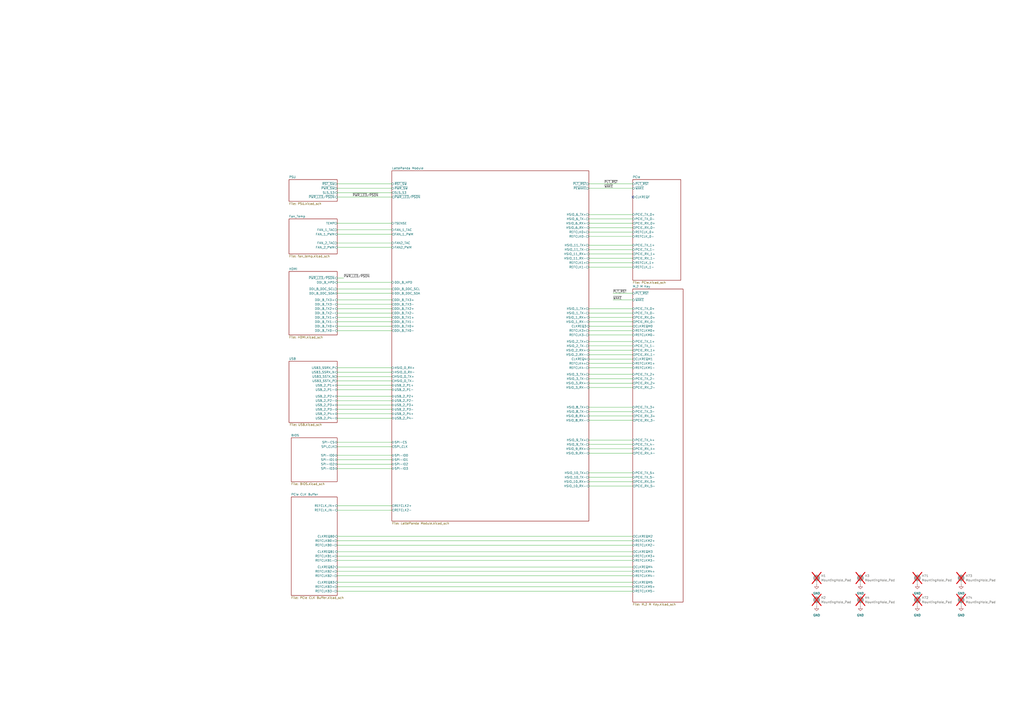
<source format=kicad_sch>
(kicad_sch (version 20231120) (generator "eeschema") (generator_version "8.0")
  (paper "A2")
  (title_block (title "nvme Carrier for LattePanda Mu") (date "2024-07-13") (rev "V1.0"))
  (lib_symbols
    (symbol "Mechanical:MountingHole_Pad" (pin_numbers hide) (pin_names (offset 1.016) hide)
      (property "Reference" "H" (at 0 6.35 0))
      (property "Value" "MountingHole_Pad" (at 0 4.445 0))
      (symbol "MountingHole_Pad_0_1"
        (circle (center 0 1.27) (radius 1.27) (stroke (width 1.27)))
      )
      (symbol "MountingHole_Pad_1_1"
        (pin input line (at 0 -2.54 90) (length 2.54) (name "1") (number "1"))
      )
    )
    (symbol "power:GND" (power) (pin_numbers hide) (pin_names (offset 0) hide)
      (property "Value" "GND" (at 0 -3.81 0))
      (symbol "GND_0_1"
        (polyline (pts (xy 0 0) (xy 0 -1.27) (xy 1.27 -1.27) (xy 0 -2.54) (xy -1.27 -1.27) (xy 0 -1.27)))
      )
      (symbol "GND_1_1"
        (pin power_in line (at 0 0 270) (length 0) (name "~") (number "1"))
      )
    )
  )
  (no_connect (at 367.03 114.3))
  (wire (pts (xy 195.58 234.95) (xy 227.33 234.95)))
  (wire (pts (xy 367.03 147.32) (xy 341.63 147.32)))
  (wire (pts (xy 195.58 242.57) (xy 227.33 242.57)))
  (wire (pts (xy 195.58 320.04) (xy 367.03 320.04)))
  (wire (pts (xy 227.33 186.69) (xy 195.58 186.69)))
  (wire (pts (xy 195.58 269.24) (xy 227.33 269.24)))
  (wire (pts (xy 195.58 111.76) (xy 227.33 111.76)))
  (wire (pts (xy 195.58 322.58) (xy 367.03 322.58)))
  (wire (pts (xy 195.58 129.54) (xy 227.33 129.54)))
  (wire (pts (xy 367.03 149.86) (xy 341.63 149.86)))
  (wire (pts (xy 341.63 134.62) (xy 367.03 134.62)))
  (wire (pts (xy 227.33 163.83) (xy 195.58 163.83)))
  (wire (pts (xy 341.63 262.89) (xy 367.03 262.89)))
  (wire (pts (xy 341.63 274.32) (xy 367.03 274.32)))
  (wire (pts (xy 341.63 205.74) (xy 367.03 205.74)))
  (wire (pts (xy 195.58 311.15) (xy 367.03 311.15)))
  (wire (pts (xy 367.03 124.46) (xy 341.63 124.46)))
  (wire (pts (xy 341.63 255.27) (xy 367.03 255.27)))
  (wire (pts (xy 367.03 106.68) (xy 341.63 106.68)))
  (wire (pts (xy 195.58 342.9) (xy 367.03 342.9)))
  (wire (pts (xy 341.63 189.23) (xy 367.03 189.23)))
  (wire (pts (xy 227.33 176.53) (xy 195.58 176.53)))
  (wire (pts (xy 195.58 218.44) (xy 227.33 218.44)))
  (wire (pts (xy 195.58 334.01) (xy 367.03 334.01)))
  (wire (pts (xy 195.58 295.91) (xy 227.33 295.91)))
  (wire (pts (xy 341.63 203.2) (xy 367.03 203.2)))
  (wire (pts (xy 341.63 210.82) (xy 367.03 210.82)))
  (wire (pts (xy 341.63 243.84) (xy 367.03 243.84)))
  (wire (pts (xy 195.58 220.98) (xy 227.33 220.98)))
  (wire (pts (xy 199.39 161.29) (xy 195.58 161.29)))
  (wire (pts (xy 195.58 106.68) (xy 227.33 106.68)))
  (wire (pts (xy 195.58 325.12) (xy 367.03 325.12)))
  (wire (pts (xy 355.6 170.18) (xy 367.03 170.18)))
  (wire (pts (xy 195.58 229.87) (xy 227.33 229.87)))
  (wire (pts (xy 195.58 331.47) (xy 367.03 331.47)))
  (wire (pts (xy 341.63 184.15) (xy 367.03 184.15)))
  (wire (pts (xy 341.63 213.36) (xy 367.03 213.36)))
  (wire (pts (xy 195.58 316.23) (xy 367.03 316.23)))
  (wire (pts (xy 341.63 217.17) (xy 367.03 217.17)))
  (wire (pts (xy 341.63 208.28) (xy 367.03 208.28)))
  (wire (pts (xy 341.63 241.3) (xy 367.03 241.3)))
  (wire (pts (xy 227.33 173.99) (xy 195.58 173.99)))
  (wire (pts (xy 195.58 223.52) (xy 227.33 223.52)))
  (wire (pts (xy 195.58 143.51) (xy 227.33 143.51)))
  (wire (pts (xy 341.63 222.25) (xy 367.03 222.25)))
  (wire (pts (xy 195.58 313.69) (xy 367.03 313.69)))
  (wire (pts (xy 341.63 260.35) (xy 367.03 260.35)))
  (wire (pts (xy 195.58 133.35) (xy 227.33 133.35)))
  (wire (pts (xy 341.63 194.31) (xy 367.03 194.31)))
  (wire (pts (xy 341.63 281.94) (xy 367.03 281.94)))
  (wire (pts (xy 341.63 186.69) (xy 367.03 186.69)))
  (wire (pts (xy 195.58 114.3) (xy 227.33 114.3)))
  (wire (pts (xy 367.03 142.24) (xy 341.63 142.24)))
  (wire (pts (xy 341.63 224.79) (xy 367.03 224.79)))
  (wire (pts (xy 341.63 198.12) (xy 367.03 198.12)))
  (wire (pts (xy 341.63 137.16) (xy 367.03 137.16)))
  (wire (pts (xy 341.63 191.77) (xy 367.03 191.77)))
  (wire (pts (xy 227.33 167.64) (xy 195.58 167.64)))
  (wire (pts (xy 367.03 132.08) (xy 341.63 132.08)))
  (wire (pts (xy 195.58 140.97) (xy 227.33 140.97)))
  (wire (pts (xy 341.63 276.86) (xy 367.03 276.86)))
  (wire (pts (xy 227.33 191.77) (xy 195.58 191.77)))
  (wire (pts (xy 195.58 337.82) (xy 367.03 337.82)))
  (wire (pts (xy 367.03 129.54) (xy 341.63 129.54)))
  (wire (pts (xy 341.63 200.66) (xy 367.03 200.66)))
  (wire (pts (xy 195.58 237.49) (xy 227.33 237.49)))
  (wire (pts (xy 355.6 173.99) (xy 367.03 173.99)))
  (wire (pts (xy 195.58 264.16) (xy 227.33 264.16)))
  (wire (pts (xy 195.58 293.37) (xy 227.33 293.37)))
  (wire (pts (xy 227.33 170.18) (xy 195.58 170.18)))
  (wire (pts (xy 367.03 127) (xy 341.63 127)))
  (wire (pts (xy 227.33 179.07) (xy 195.58 179.07)))
  (wire (pts (xy 227.33 189.23) (xy 195.58 189.23)))
  (wire (pts (xy 195.58 271.78) (xy 227.33 271.78)))
  (wire (pts (xy 195.58 226.06) (xy 227.33 226.06)))
  (wire (pts (xy 195.58 240.03) (xy 227.33 240.03)))
  (wire (pts (xy 227.33 184.15) (xy 195.58 184.15)))
  (wire (pts (xy 195.58 109.22) (xy 227.33 109.22)))
  (wire (pts (xy 341.63 179.07) (xy 367.03 179.07)))
  (wire (pts (xy 195.58 135.89) (xy 227.33 135.89)))
  (wire (pts (xy 341.63 279.4) (xy 367.03 279.4)))
  (wire (pts (xy 195.58 340.36) (xy 367.03 340.36)))
  (wire (pts (xy 195.58 328.93) (xy 367.03 328.93)))
  (wire (pts (xy 341.63 257.81) (xy 367.03 257.81)))
  (wire (pts (xy 341.63 181.61) (xy 367.03 181.61)))
  (wire (pts (xy 341.63 154.94) (xy 367.03 154.94)))
  (wire (pts (xy 195.58 213.36) (xy 227.33 213.36)))
  (wire (pts (xy 195.58 215.9) (xy 227.33 215.9)))
  (wire (pts (xy 341.63 219.71) (xy 367.03 219.71)))
  (wire (pts (xy 195.58 256.54) (xy 227.33 256.54)))
  (wire (pts (xy 367.03 144.78) (xy 341.63 144.78)))
  (wire (pts (xy 227.33 181.61) (xy 195.58 181.61)))
  (wire (pts (xy 341.63 152.4) (xy 367.03 152.4)))
  (wire (pts (xy 195.58 259.08) (xy 227.33 259.08)))
  (wire (pts (xy 367.03 109.22) (xy 341.63 109.22)))
  (wire (pts (xy 341.63 236.22) (xy 367.03 236.22)))
  (wire (pts (xy 341.63 238.76) (xy 367.03 238.76)))
  (wire (pts (xy 195.58 232.41) (xy 227.33 232.41)))
  (wire (pts (xy 195.58 266.7) (xy 227.33 266.7)))
  (label "~{PLT_RST}" (at 350.52 106.68 0))
  (label "~{PLT_RST}" (at 355.6 170.18 0))
  (label "~{PWR_LED}{slash}~{PSON}" (at 204.47 114.3 0))
  (label "~{WAKE}" (at 355.6 173.99 0))
  (label "~{PWR_LED}{slash}~{PSON}" (at 199.39 161.29 0))
  (label "~{WAKE}" (at 350.52 109.22 0))
  (symbol (lib_id "Mechanical:MountingHole_Pad") (at 557.53 336.55 0) (unit 1) (in_bom no) (dnp yes)
    (property "Reference" "H73" (at 560.07 334.0099 0) (effects (justify left)))
    (property "Value" "MountingHole_Pad" (at 560.07 336.5499 0) (effects (justify left)))
    (property "Footprint" "MountingHole:MountingHole_4mm_Pad_Via" (effects (hide yes)))
  )
  (symbol (lib_id "Mechanical:MountingHole_Pad") (at 473.71 336.55 0) (unit 1) (in_bom no) (dnp yes)
    (property "Reference" "H1" (at 476.25 334.01 0) (effects (justify left)))
    (property "Value" "MountingHole_Pad" (at 476.25 336.55 0) (effects (justify left)))
    (property "Footprint" "A_HDJ_Library:MountingHole_3.2mm_M3_Pad_Via" (effects (hide yes)))
  )
  (symbol (lib_id "power:GND") (at 532.13 351.79 0) (unit 1) (in_bom no)
    (property "Reference" "#PWR0138" (effects (hide yes)))
    (property "Value" "GND" (at 532.13 356.87 0))
  )
  (symbol (lib_id "power:GND") (at 532.13 339.09 0) (unit 1) (in_bom no)
    (property "Reference" "#PWR0132" (effects (hide yes)))
    (property "Value" "GND" (at 532.13 344.17 0))
  )
  (symbol (lib_id "Mechanical:MountingHole_Pad") (at 532.13 349.25 0) (unit 1) (in_bom no) (dnp yes)
    (property "Reference" "H72" (at 534.67 346.7099 0) (effects (justify left)))
    (property "Value" "MountingHole_Pad" (at 534.67 349.2499 0) (effects (justify left)))
    (property "Footprint" "MountingHole:MountingHole_4mm_Pad_Via" (effects (hide yes)))
  )
  (symbol (lib_id "power:GND") (at 473.71 339.09 0) (unit 1) (in_bom no)
    (property "Reference" "#PWR01" (effects (hide yes)))
    (property "Value" "GND" (at 473.71 344.17 0))
  )
  (symbol (lib_id "Mechanical:MountingHole_Pad") (at 499.11 349.25 0) (unit 1) (in_bom no) (dnp yes)
    (property "Reference" "H4" (at 501.65 346.71 0) (effects (justify left)))
    (property "Value" "MountingHole_Pad" (at 501.65 349.25 0) (effects (justify left)))
    (property "Footprint" "A_HDJ_Library:MountingHole_3.2mm_M3_Pad_Via" (effects (hide yes)))
  )
  (symbol (lib_id "power:GND") (at 557.53 339.09 0) (unit 1) (in_bom no)
    (property "Reference" "#PWR0144" (effects (hide yes)))
    (property "Value" "GND" (at 557.53 344.17 0))
  )
  (symbol (lib_id "Mechanical:MountingHole_Pad") (at 532.13 336.55 0) (unit 1) (in_bom no) (dnp yes)
    (property "Reference" "H71" (at 534.67 334.0099 0) (effects (justify left)))
    (property "Value" "MountingHole_Pad" (at 534.67 336.5499 0) (effects (justify left)))
    (property "Footprint" "MountingHole:MountingHole_4mm_Pad_Via" (effects (hide yes)))
  )
  (symbol (lib_id "power:GND") (at 473.71 351.79 0) (unit 1) (in_bom no)
    (property "Reference" "#PWR02" (effects (hide yes)))
    (property "Value" "GND" (at 473.71 356.87 0))
  )
  (symbol (lib_id "Mechanical:MountingHole_Pad") (at 557.53 349.25 0) (unit 1) (in_bom no) (dnp yes)
    (property "Reference" "H74" (at 560.07 346.7099 0) (effects (justify left)))
    (property "Value" "MountingHole_Pad" (at 560.07 349.2499 0) (effects (justify left)))
    (property "Footprint" "MountingHole:MountingHole_4mm_Pad_Via" (effects (hide yes)))
  )
  (symbol (lib_id "power:GND") (at 557.53 351.79 0) (unit 1) (in_bom no)
    (property "Reference" "#PWR0195" (effects (hide yes)))
    (property "Value" "GND" (at 557.53 356.87 0))
  )
  (symbol (lib_id "Mechanical:MountingHole_Pad") (at 473.71 349.25 0) (unit 1) (in_bom no) (dnp yes)
    (property "Reference" "H2" (at 476.25 346.71 0) (effects (justify left)))
    (property "Value" "MountingHole_Pad" (at 476.25 349.25 0) (effects (justify left)))
    (property "Footprint" "A_HDJ_Library:MountingHole_3.2mm_M3_Pad_Via" (effects (hide yes)))
  )
  (symbol (lib_id "Mechanical:MountingHole_Pad") (at 499.11 336.55 0) (unit 1) (in_bom no) (dnp yes)
    (property "Reference" "H3" (at 501.65 334.01 0) (effects (justify left)))
    (property "Value" "MountingHole_Pad" (at 501.65 336.55 0) (effects (justify left)))
    (property "Footprint" "A_HDJ_Library:MountingHole_3.2mm_M3_Pad_Via" (effects (hide yes)))
  )
  (symbol (lib_id "power:GND") (at 499.11 339.09 0) (unit 1) (in_bom no)
    (property "Reference" "#PWR03" (effects (hide yes)))
    (property "Value" "GND" (at 499.11 344.17 0))
  )
  (symbol (lib_id "power:GND") (at 499.11 351.79 0) (unit 1) (in_bom no)
    (property "Reference" "#PWR04" (effects (hide yes)))
    (property "Value" "GND" (at 499.11 356.87 0))
  )
  (sheet (at 367.03 104.14) (size 27.94 58.42) (stroke (width 0.1524))
    (property "Sheetname" "PCIe" (at 367.03 103.4284 0) (effects (justify left bottom)))
    (property "Sheetfile" "PCIe.kicad_sch" (at 367.03 163.1446 0) (effects (justify left top)))
    (pin "PCIE_RX_0-" output (at 367.03 132.08 180))
    (pin "PCIE_RX_0+" output (at 367.03 129.54 180))
    (pin "~{PLT_RST}" input (at 367.03 106.68 180))
    (pin "PCIE_TX_0+" input (at 367.03 124.46 180))
    (pin "PCIE_TX_0-" input (at 367.03 127 180))
    (pin "~{WAKE}" input (at 367.03 109.22 180))
    (pin "PCIE_TX_1+" input (at 367.03 142.24 180))
    (pin "PCIE_TX_1-" input (at 367.03 144.78 180))
    (pin "PCIE_RX_1-" output (at 367.03 149.86 180))
    (pin "PCIE_RX_1+" output (at 367.03 147.32 180))
    (pin "CLKREQF" input (at 367.03 114.3 180))
    (pin "REFCLK_1+" input (at 367.03 152.4 180))
    (pin "REFCLK_1-" input (at 367.03 154.94 180))
    (pin "REFCLK_0+" input (at 367.03 134.62 180))
    (pin "REFCLK_0-" input (at 367.03 137.16 180))
  )
  (sheet (at 168.91 254) (size 26.67 25.4) (stroke (width 0.1524))
    (property "Sheetname" "BIOS" (at 168.91 253.2884 0) (effects (justify left bottom)))
    (property "Sheetfile" "BIOS.kicad_sch" (at 168.91 279.9846 0) (effects (justify left top)))
    (pin "SPI_CLK" output (at 195.58 259.08 0))
    (pin "SPI-IO1" bidirectional (at 195.58 266.7 0))
    (pin "SPI-IO0" bidirectional (at 195.58 264.16 0))
    (pin "SPI-IO2" bidirectional (at 195.58 269.24 0))
    (pin "SPI-CS" bidirectional (at 195.58 256.54 0))
    (pin "SPI-IO3" bidirectional (at 195.58 271.78 0))
  )
  (sheet (at 167.64 127) (size 27.94 20.32) (stroke (width 0.1524))
    (property "Sheetname" "Fan_Temp" (at 167.64 126.2884 0) (effects (justify left bottom)))
    (property "Sheetfile" "fan_temp.kicad_sch" (at 167.64 147.9046 0) (effects (justify left top)))
    (pin "FAN_1_TAC" output (at 195.58 133.35 0))
    (pin "FAN_1_PWM" input (at 195.58 135.89 0))
    (pin "FAN_2_PWM" input (at 195.58 143.51 0))
    (pin "FAN_2_TAC" output (at 195.58 140.97 0))
    (pin "TEMP" output (at 195.58 129.54 0))
  )
  (sheet (at 227.33 99.06) (size 114.3 203.2) (stroke (width 0.1524))
    (property "Sheetname" "LattePanda Module" (at 227.33 98.3484 0) (effects (justify left bottom)))
    (property "Sheetfile" "LattePanda Module.kicad_sch" (at 227.33 302.8446 0) (effects (justify left top)))
    (pin "HSIO_11_TX+" output (at 341.63 142.24 0))
    (pin "HSIO_11_TX-" output (at 341.63 144.78 0))
    (pin "HSIO_11_RX+" input (at 341.63 147.32 0))
    (pin "HSIO_11_RX-" input (at 341.63 149.86 0))
    (pin "HSIO_6_TX-" output (at 341.63 127 0))
    (pin "HSIO_6_RX+" input (at 341.63 129.54 0))
    (pin "HSIO_6_RX-" input (at 341.63 132.08 0))
    (pin "HSIO_6_TX+" output (at 341.63 124.46 0))
    (pin "USB_2_P1-" bidirectional (at 227.33 226.06 180))
    (pin "USB_2_P1+" bidirectional (at 227.33 223.52 180))
    (pin "USB_2_P3+" bidirectional (at 227.33 234.95 180))
    (pin "USB_2_P3-" bidirectional (at 227.33 237.49 180))
    (pin "HSIO_8_TX+" output (at 341.63 236.22 0))
    (pin "HSIO_8_TX-" output (at 341.63 238.76 0))
    (pin "HSIO_1_TX-" output (at 341.63 181.61 0))
    (pin "HSIO_1_RX+" input (at 341.63 184.15 0))
    (pin "HSIO_1_RX-" input (at 341.63 186.69 0))
    (pin "HSIO_0_TX-" output (at 227.33 220.98 180))
    (pin "HSIO_0_TX+" output (at 227.33 218.44 180))
    (pin "HSIO_9_TX-" output (at 341.63 257.81 0))
    (pin "HSIO_9_TX+" output (at 341.63 255.27 0))
    (pin "HSIO_8_RX+" input (at 341.63 241.3 0))
    (pin "HSIO_8_RX-" input (at 341.63 243.84 0))
    (pin "HSIO_9_RX+" input (at 341.63 260.35 0))
    (pin "HSIO_10_RX-" input (at 341.63 281.94 0))
    (pin "HSIO_9_RX-" input (at 341.63 262.89 0))
    (pin "HSIO_10_RX+" input (at 341.63 279.4 0))
    (pin "HSIO_10_TX+" output (at 341.63 274.32 0))
    (pin "HSIO_10_TX-" output (at 341.63 276.86 0))
    (pin "HSIO_0_RX-" input (at 227.33 215.9 180))
    (pin "HSIO_1_TX+" output (at 341.63 179.07 0))
    (pin "HSIO_0_RX+" input (at 227.33 213.36 180))
    (pin "~{PLT_RST}" output (at 341.63 106.68 0))
    (pin "~{PEWAKE}" output (at 341.63 109.22 0))
    (pin "DDI_B_TX1+" output (at 227.33 184.15 180))
    (pin "DDI_B_TX2+" output (at 227.33 179.07 180))
    (pin "DDI_B_TX2-" output (at 227.33 181.61 180))
    (pin "DDI_B_TX0-" output (at 227.33 191.77 180))
    (pin "DDI_B_TX0+" output (at 227.33 189.23 180))
    (pin "DDI_B_TX1-" output (at 227.33 186.69 180))
    (pin "DDI_B_TX3-" output (at 227.33 176.53 180))
    (pin "DDI_B_DDC_SDA" bidirectional (at 227.33 170.18 180))
    (pin "DDI_B_TX3+" output (at 227.33 173.99 180))
    (pin "DDI_B_HPD" input (at 227.33 163.83 180))
    (pin "DDI_B_DDC_SCL" output (at 227.33 167.64 180))
    (pin "~{PWR_LED}{slash}~{PSON}" output (at 227.33 114.3 180))
    (pin "~{PWR_SW}" input (at 227.33 109.22 180))
    (pin "~{RST_SW}" input (at 227.33 106.68 180))
    (pin "SLS_S3" output (at 227.33 111.76 180))
    (pin "HSIO_2_TX+" output (at 341.63 198.12 0))
    (pin "HSIO_2_RX+" input (at 341.63 203.2 0))
    (pin "HSIO_2_RX-" input (at 341.63 205.74 0))
    (pin "HSIO_2_TX-" output (at 341.63 200.66 0))
    (pin "FAN_1_PWM" output (at 227.33 135.89 180))
    (pin "FAN_1_TAC" input (at 227.33 133.35 180))
    (pin "HSIO_3_TX+" output (at 341.63 217.17 0))
    (pin "HSIO_3_TX-" output (at 341.63 219.71 0))
    (pin "HSIO_3_RX+" input (at 341.63 222.25 0))
    (pin "HSIO_3_RX-" input (at 341.63 224.79 0))
    (pin "REFCLK3-" output (at 341.63 194.31 0))
    (pin "REFCLK4+" output (at 341.63 210.82 0))
    (pin "REFCLK3+" output (at 341.63 191.77 0))
    (pin "REFCLK4-" output (at 341.63 213.36 0))
    (pin "REFCLK1-" output (at 341.63 154.94 0))
    (pin "FAN2_TAC" input (at 227.33 140.97 180))
    (pin "FAN2_PWM" input (at 227.33 143.51 180))
    (pin "REFCLK1+" output (at 341.63 152.4 0))
    (pin "REFCLK0+" output (at 341.63 134.62 0))
    (pin "REFCLK0-" output (at 341.63 137.16 0))
    (pin "USB_2_P2+" bidirectional (at 227.33 229.87 180))
    (pin "USB_2_P2-" bidirectional (at 227.33 232.41 180))
    (pin "USB_2_P4+" bidirectional (at 227.33 240.03 180))
    (pin "USB_2_P4-" bidirectional (at 227.33 242.57 180))
    (pin "CLKREQ4" input (at 341.63 208.28 0))
    (pin "CLKREQ3" input (at 341.63 189.23 0))
    (pin "SPI-IO0" bidirectional (at 227.33 264.16 180))
    (pin "SPI_CLK" output (at 227.33 259.08 180))
    (pin "SPI-CS" bidirectional (at 227.33 256.54 180))
    (pin "SPI-IO3" bidirectional (at 227.33 271.78 180))
    (pin "SPI-IO1" bidirectional (at 227.33 266.7 180))
    (pin "SPI-IO2" bidirectional (at 227.33 269.24 180))
    (pin "REFCLK2+" output (at 227.33 293.37 180))
    (pin "REFCLK2-" output (at 227.33 295.91 180))
    (pin "TSENSE" input (at 227.33 129.54 180))
  )
  (sheet (at 167.64 157.48) (size 27.94 36.83) (stroke (width 0.1524))
    (property "Sheetname" "HDMI" (at 167.64 156.7684 0) (effects (justify left bottom)))
    (property "Sheetfile" "HDMI.kicad_sch" (at 167.64 194.8946 0) (effects (justify left top)))
    (pin "DDI_B_DDC_SCL" output (at 195.58 167.64 0))
    (pin "DDI_B_DDC_SDA" bidirectional (at 195.58 170.18 0))
    (pin "DDI_B_TX2+" input (at 195.58 179.07 0))
    (pin "DDI_B_TX2-" input (at 195.58 181.61 0))
    (pin "DDI_B_TX1+" input (at 195.58 184.15 0))
    (pin "DDI_B_TX1-" input (at 195.58 186.69 0))
    (pin "DDI_B_TX0-" input (at 195.58 191.77 0))
    (pin "DDI_B_TX3+" input (at 195.58 173.99 0))
    (pin "DDI_B_TX3-" input (at 195.58 176.53 0))
    (pin "DDI_B_TX0+" input (at 195.58 189.23 0))
    (pin "DDI_B_HPD" input (at 195.58 163.83 0))
    (pin "~{PWR_LED}{slash}~{PSON}" input (at 195.58 161.29 0))
  )
  (sheet (at 167.64 104.14) (size 27.94 12.7) (stroke (width 0.1524))
    (property "Sheetname" "PSU" (at 167.64 103.4284 0) (effects (justify left bottom)))
    (property "Sheetfile" "PSU.kicad_sch" (at 167.64 117.4246 0) (effects (justify left top)))
    (pin "~{PWR_LED}{slash}~{PSON}" input (at 195.58 114.3 0))
    (pin "SLS_S3" input (at 195.58 111.76 0))
    (pin "~{PWR_SW}" output (at 195.58 109.22 0))
    (pin "~{RST_SW}" output (at 195.58 106.68 0))
  )
  (sheet (at 367.03 167.64) (size 29.21 181.61) (stroke (width 0.1524))
    (property "Sheetname" "M.2 M Key" (at 367.03 166.9284 0) (effects (justify left bottom)))
    (property "Sheetfile" "M.2 M Key.kicad_sch" (at 367.03 349.8346 0) (effects (justify left top)))
    (pin "~{PLT_RST}" input (at 367.03 170.18 180))
    (pin "PCIE_TX_1+" input (at 367.03 198.12 180))
    (pin "PCIE_RX_1+" output (at 367.03 203.2 180))
    (pin "PCIE_RX_1-" output (at 367.03 205.74 180))
    (pin "PCIE_TX_1-" input (at 367.03 200.66 180))
    (pin "PCIE_RX_3-" output (at 367.03 243.84 180))
    (pin "PCIE_TX_3+" input (at 367.03 236.22 180))
    (pin "PCIE_TX_3-" input (at 367.03 238.76 180))
    (pin "PCIE_RX_3+" output (at 367.03 241.3 180))
    (pin "PCIE_RX_0+" output (at 367.03 184.15 180))
    (pin "PCIE_RX_0-" output (at 367.03 186.69 180))
    (pin "PCIE_TX_0+" input (at 367.03 179.07 180))
    (pin "PCIE_TX_0-" input (at 367.03 181.61 180))
    (pin "PCIE_RX_4+" output (at 367.03 260.35 180))
    (pin "PCIE_RX_4-" output (at 367.03 262.89 180))
    (pin "PCIE_TX_4+" input (at 367.03 255.27 180))
    (pin "PCIE_TX_4-" input (at 367.03 257.81 180))
    (pin "PCIE_TX_5-" input (at 367.03 276.86 180))
    (pin "PCIE_RX_5+" output (at 367.03 279.4 180))
    (pin "PCIE_RX_5-" output (at 367.03 281.94 180))
    (pin "PCIE_TX_5+" input (at 367.03 274.32 180))
    (pin "PCIE_TX_2-" input (at 367.03 219.71 180))
    (pin "PCIE_RX_2+" output (at 367.03 222.25 180))
    (pin "PCIE_RX_2-" output (at 367.03 224.79 180))
    (pin "PCIE_TX_2+" input (at 367.03 217.17 180))
    (pin "CLKREQM0" output (at 367.03 189.23 180))
    (pin "REFCLKM4+" input (at 367.03 331.47 180))
    (pin "REFCLKM4-" input (at 367.03 334.01 180))
    (pin "REFCLKM5+" input (at 367.03 340.36 180))
    (pin "REFCLKM5-" input (at 367.03 342.9 180))
    (pin "REFCLKM3+" input (at 367.03 322.58 180))
    (pin "REFCLKM3-" input (at 367.03 325.12 180))
    (pin "REFCLKM1+" input (at 367.03 210.82 180))
    (pin "REFCLKM1-" input (at 367.03 213.36 180))
    (pin "CLKREQM1" output (at 367.03 208.28 180))
    (pin "REFCLKM2+" input (at 367.03 313.69 180))
    (pin "REFCLKM2-" input (at 367.03 316.23 180))
    (pin "REFCLKM0+" input (at 367.03 191.77 180))
    (pin "REFCLKM0-" input (at 367.03 194.31 180))
    (pin "~{WAKE}" input (at 367.03 173.99 180))
    (pin "CLKREQM5" output (at 367.03 337.82 180))
    (pin "CLKREQM2" output (at 367.03 311.15 180))
    (pin "CLKREQM4" output (at 367.03 328.93 180))
    (pin "CLKREQM3" output (at 367.03 320.04 180))
  )
  (sheet (at 167.64 209.55) (size 27.94 35.56) (stroke (width 0.1524))
    (property "Sheetname" "USB" (at 167.64 208.8384 0) (effects (justify left bottom)))
    (property "Sheetfile" "USB.kicad_sch" (at 167.894 245.618 0) (effects (justify left top)))
    (pin "USB_2_P2+" bidirectional (at 195.58 229.87 0))
    (pin "USB_2_P1-" bidirectional (at 195.58 226.06 0))
    (pin "USB_2_P1+" bidirectional (at 195.58 223.52 0))
    (pin "USB_2_P2-" bidirectional (at 195.58 232.41 0))
    (pin "USB_2_P3-" bidirectional (at 195.58 237.49 0))
    (pin "USB3_SSRX_P" input (at 195.58 213.36 0))
    (pin "USB3_SSRX_N" input (at 195.58 215.9 0))
    (pin "USB_2_P3+" bidirectional (at 195.58 234.95 0))
    (pin "USB3_SSTX_N" output (at 195.58 218.44 0))
    (pin "USB3_SSTX_P" output (at 195.58 220.98 0))
    (pin "USB_2_P4-" bidirectional (at 195.58 242.57 0))
    (pin "USB_2_P4+" bidirectional (at 195.58 240.03 0))
  )
  (sheet (at 168.91 288.29) (size 26.67 57.15) (stroke (width 0.1524))
    (property "Sheetname" "PCIe CLK Buffer" (at 168.91 287.5784 0) (effects (justify left bottom)))
    (property "Sheetfile" "PCIe CLK Buffer.kicad_sch" (at 168.91 346.0246 0) (effects (justify left top)))
    (pin "REFCLKB0+" output (at 195.58 313.69 0))
    (pin "REFCLKB0-" output (at 195.58 316.23 0))
    (pin "REFCLKB2+" output (at 195.58 331.47 0))
    (pin "REFCLKB1+" output (at 195.58 322.58 0))
    (pin "REFCLKB1-" output (at 195.58 325.12 0))
    (pin "REFCLKB2-" output (at 195.58 334.01 0))
    (pin "REFCLK_IN-" input (at 195.58 295.91 0))
    (pin "REFCLK_IN+" input (at 195.58 293.37 0))
    (pin "CLKREQB0" input (at 195.58 311.15 0))
    (pin "REFCLKB3-" output (at 195.58 342.9 0))
    (pin "REFCLKB3+" output (at 195.58 340.36 0))
    (pin "CLKREQB3" input (at 195.58 337.82 0))
    (pin "CLKREQB1" input (at 195.58 320.04 0))
    (pin "CLKREQB2" input (at 195.58 328.93 0))
  )
)
</source>
